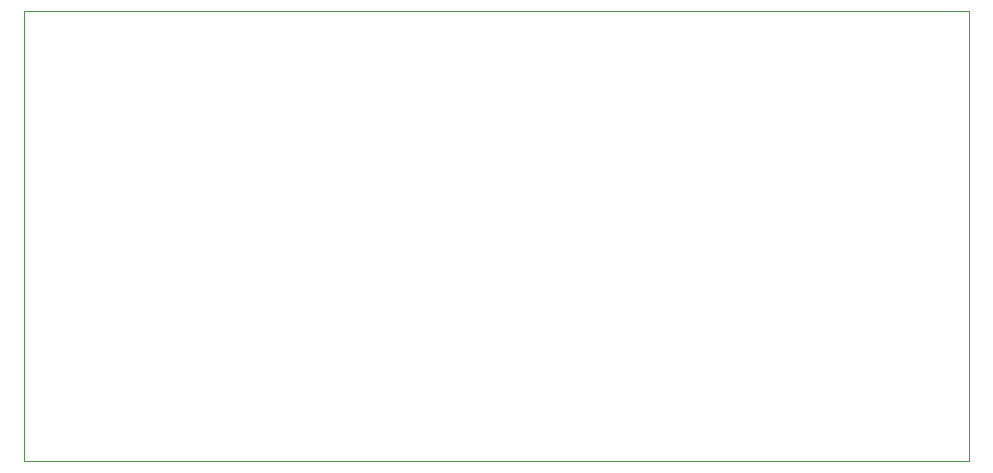
<source format=gbr>
G04 #@! TF.GenerationSoftware,KiCad,Pcbnew,(5.1.2)-2*
G04 #@! TF.CreationDate,2019-11-18T15:02:21-05:00*
G04 #@! TF.ProjectId,Lab_Sensing,4c61625f-5365-46e7-9369-6e672e6b6963,rev?*
G04 #@! TF.SameCoordinates,Original*
G04 #@! TF.FileFunction,Profile,NP*
%FSLAX46Y46*%
G04 Gerber Fmt 4.6, Leading zero omitted, Abs format (unit mm)*
G04 Created by KiCad (PCBNEW (5.1.2)-2) date 2019-11-18 15:02:21*
%MOMM*%
%LPD*%
G04 APERTURE LIST*
%ADD10C,0.050000*%
G04 APERTURE END LIST*
D10*
X81280000Y-146050000D02*
X81280000Y-107950000D01*
X161290000Y-146050000D02*
X81280000Y-146050000D01*
X161290000Y-107950000D02*
X161290000Y-146050000D01*
X81280000Y-107950000D02*
X161290000Y-107950000D01*
M02*

</source>
